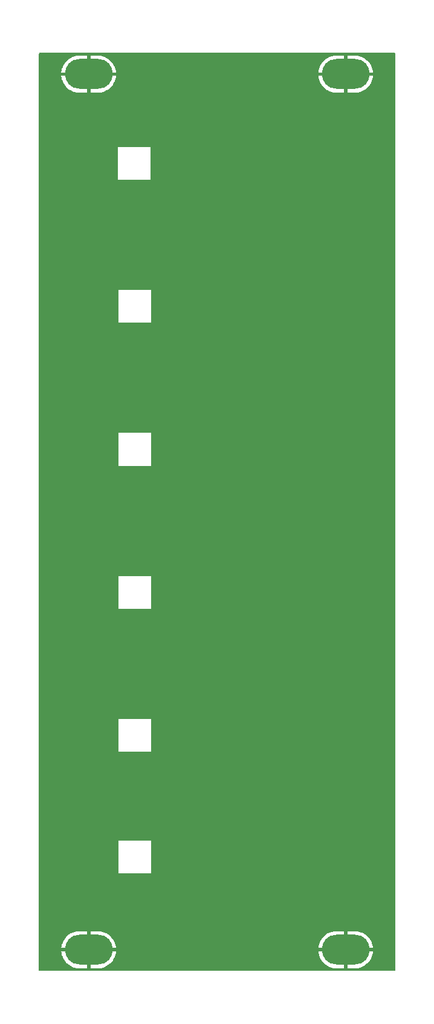
<source format=gbl>
G04 #@! TF.GenerationSoftware,KiCad,Pcbnew,8.0.6-8.0.6-0~ubuntu22.04.1*
G04 #@! TF.CreationDate,2025-02-02T18:21:29+01:00*
G04 #@! TF.ProjectId,Drumbox,4472756d-626f-4782-9e6b-696361645f70,rev?*
G04 #@! TF.SameCoordinates,Original*
G04 #@! TF.FileFunction,Copper,L2,Bot*
G04 #@! TF.FilePolarity,Positive*
%FSLAX46Y46*%
G04 Gerber Fmt 4.6, Leading zero omitted, Abs format (unit mm)*
G04 Created by KiCad (PCBNEW 8.0.6-8.0.6-0~ubuntu22.04.1) date 2025-02-02 18:21:29*
%MOMM*%
%LPD*%
G01*
G04 APERTURE LIST*
G04 #@! TA.AperFunction,ComponentPad*
%ADD10O,6.700000X4.200000*%
G04 #@! TD*
G04 #@! TA.AperFunction,ViaPad*
%ADD11C,8.000000*%
G04 #@! TD*
G04 APERTURE END LIST*
D10*
X177400000Y-27800000D03*
X213400000Y-27800000D03*
X177400000Y-150300000D03*
X213400000Y-150300000D03*
D11*
X175899999Y-137300000D03*
X214900001Y-100300000D03*
X175899999Y-60300000D03*
X214900001Y-120250000D03*
X175900000Y-120250000D03*
X175900000Y-40300000D03*
X195399999Y-60300000D03*
X214900000Y-80300000D03*
X214900001Y-40300000D03*
X175900000Y-100300000D03*
X214900000Y-60300000D03*
X195399999Y-80300000D03*
X214900001Y-137300000D03*
X195400000Y-40300000D03*
X175899999Y-80300000D03*
X195400000Y-100300000D03*
G04 #@! TA.AperFunction,Conductor*
G36*
X220317540Y-24845185D02*
G01*
X220363295Y-24897989D01*
X220374501Y-24949500D01*
X220374501Y-153150500D01*
X220354816Y-153217539D01*
X220302012Y-153263294D01*
X220250501Y-153274500D01*
X170549500Y-153274500D01*
X170482461Y-153254815D01*
X170436706Y-153202011D01*
X170425500Y-153150500D01*
X170425500Y-150050000D01*
X173561716Y-150050000D01*
X174670898Y-150050000D01*
X174650000Y-150181947D01*
X174650000Y-150418053D01*
X174670898Y-150550000D01*
X173561716Y-150550000D01*
X173582694Y-150736189D01*
X173582696Y-150736201D01*
X173647678Y-151020910D01*
X173647681Y-151020918D01*
X173744129Y-151296548D01*
X173870831Y-151559648D01*
X174026199Y-151806914D01*
X174208274Y-152035230D01*
X174414769Y-152241725D01*
X174643085Y-152423800D01*
X174890351Y-152579168D01*
X175153451Y-152705870D01*
X175429081Y-152802318D01*
X175429089Y-152802321D01*
X175713798Y-152867303D01*
X175713812Y-152867306D01*
X176003980Y-152899999D01*
X176003984Y-152900000D01*
X177150000Y-152900000D01*
X177150000Y-151800000D01*
X177650000Y-151800000D01*
X177650000Y-152900000D01*
X178796016Y-152900000D01*
X178796019Y-152899999D01*
X179086187Y-152867306D01*
X179086201Y-152867303D01*
X179370910Y-152802321D01*
X179370918Y-152802318D01*
X179646548Y-152705870D01*
X179909648Y-152579168D01*
X180156914Y-152423800D01*
X180385230Y-152241725D01*
X180591725Y-152035230D01*
X180773800Y-151806914D01*
X180929168Y-151559648D01*
X181055870Y-151296548D01*
X181152318Y-151020918D01*
X181152321Y-151020910D01*
X181217303Y-150736201D01*
X181217305Y-150736189D01*
X181238284Y-150550000D01*
X180129102Y-150550000D01*
X180150000Y-150418053D01*
X180150000Y-150181947D01*
X180129102Y-150050000D01*
X181238284Y-150050000D01*
X209561716Y-150050000D01*
X210670898Y-150050000D01*
X210650000Y-150181947D01*
X210650000Y-150418053D01*
X210670898Y-150550000D01*
X209561716Y-150550000D01*
X209582694Y-150736189D01*
X209582696Y-150736201D01*
X209647678Y-151020910D01*
X209647681Y-151020918D01*
X209744129Y-151296548D01*
X209870831Y-151559648D01*
X210026199Y-151806914D01*
X210208274Y-152035230D01*
X210414769Y-152241725D01*
X210643085Y-152423800D01*
X210890351Y-152579168D01*
X211153451Y-152705870D01*
X211429081Y-152802318D01*
X211429089Y-152802321D01*
X211713798Y-152867303D01*
X211713812Y-152867306D01*
X212003980Y-152899999D01*
X212003984Y-152900000D01*
X213150000Y-152900000D01*
X213150000Y-151800000D01*
X213650000Y-151800000D01*
X213650000Y-152900000D01*
X214796016Y-152900000D01*
X214796019Y-152899999D01*
X215086187Y-152867306D01*
X215086201Y-152867303D01*
X215370910Y-152802321D01*
X215370918Y-152802318D01*
X215646548Y-152705870D01*
X215909648Y-152579168D01*
X216156914Y-152423800D01*
X216385230Y-152241725D01*
X216591725Y-152035230D01*
X216773800Y-151806914D01*
X216929168Y-151559648D01*
X217055870Y-151296548D01*
X217152318Y-151020918D01*
X217152321Y-151020910D01*
X217217303Y-150736201D01*
X217217305Y-150736189D01*
X217238284Y-150550000D01*
X216129102Y-150550000D01*
X216150000Y-150418053D01*
X216150000Y-150181947D01*
X216129102Y-150050000D01*
X217238284Y-150050000D01*
X217217305Y-149863810D01*
X217217303Y-149863798D01*
X217152321Y-149579089D01*
X217152318Y-149579081D01*
X217055870Y-149303451D01*
X216929168Y-149040351D01*
X216773800Y-148793085D01*
X216591725Y-148564769D01*
X216385230Y-148358274D01*
X216156914Y-148176199D01*
X215909648Y-148020831D01*
X215646548Y-147894129D01*
X215370918Y-147797681D01*
X215370910Y-147797678D01*
X215086201Y-147732696D01*
X215086187Y-147732693D01*
X214796019Y-147700000D01*
X213650000Y-147700000D01*
X213650000Y-148800000D01*
X213150000Y-148800000D01*
X213150000Y-147700000D01*
X212003980Y-147700000D01*
X211713812Y-147732693D01*
X211713798Y-147732696D01*
X211429089Y-147797678D01*
X211429081Y-147797681D01*
X211153451Y-147894129D01*
X210890351Y-148020831D01*
X210643085Y-148176199D01*
X210414769Y-148358274D01*
X210208274Y-148564769D01*
X210026199Y-148793085D01*
X209870831Y-149040351D01*
X209744129Y-149303451D01*
X209647681Y-149579081D01*
X209647678Y-149579089D01*
X209582696Y-149863798D01*
X209582694Y-149863810D01*
X209561716Y-150050000D01*
X181238284Y-150050000D01*
X181217305Y-149863810D01*
X181217303Y-149863798D01*
X181152321Y-149579089D01*
X181152318Y-149579081D01*
X181055870Y-149303451D01*
X180929168Y-149040351D01*
X180773800Y-148793085D01*
X180591725Y-148564769D01*
X180385230Y-148358274D01*
X180156914Y-148176199D01*
X179909648Y-148020831D01*
X179646548Y-147894129D01*
X179370918Y-147797681D01*
X179370910Y-147797678D01*
X179086201Y-147732696D01*
X179086187Y-147732693D01*
X178796019Y-147700000D01*
X177650000Y-147700000D01*
X177650000Y-148800000D01*
X177150000Y-148800000D01*
X177150000Y-147700000D01*
X176003980Y-147700000D01*
X175713812Y-147732693D01*
X175713798Y-147732696D01*
X175429089Y-147797678D01*
X175429081Y-147797681D01*
X175153451Y-147894129D01*
X174890351Y-148020831D01*
X174643085Y-148176199D01*
X174414769Y-148358274D01*
X174208274Y-148564769D01*
X174026199Y-148793085D01*
X173870831Y-149040351D01*
X173744129Y-149303451D01*
X173647681Y-149579081D01*
X173647678Y-149579089D01*
X173582696Y-149863798D01*
X173582694Y-149863810D01*
X173561716Y-150050000D01*
X170425500Y-150050000D01*
X170425500Y-139600000D01*
X181550000Y-139600000D01*
X186150000Y-139600000D01*
X186150000Y-135000000D01*
X181550000Y-135000000D01*
X181550000Y-139600000D01*
X170425500Y-139600000D01*
X170425501Y-122600000D01*
X181550000Y-122600000D01*
X186150000Y-122600000D01*
X186150000Y-118000000D01*
X181550000Y-118000000D01*
X181550000Y-122600000D01*
X170425501Y-122600000D01*
X170425501Y-102600000D01*
X181550000Y-102600000D01*
X186150000Y-102600000D01*
X186150000Y-98000000D01*
X181550000Y-98000000D01*
X181550000Y-102600000D01*
X170425501Y-102600000D01*
X170425501Y-82600000D01*
X181550000Y-82600000D01*
X186150000Y-82600000D01*
X186150000Y-78000000D01*
X181550000Y-78000000D01*
X181550000Y-82600000D01*
X170425501Y-82600000D01*
X170425501Y-62600000D01*
X181550000Y-62600000D01*
X186150000Y-62600000D01*
X186150000Y-58000000D01*
X181550000Y-58000000D01*
X181550000Y-62600000D01*
X170425501Y-62600000D01*
X170425501Y-42600000D01*
X181500000Y-42600000D01*
X186100000Y-42600000D01*
X186100000Y-38000000D01*
X181500000Y-38000000D01*
X181500000Y-42600000D01*
X170425501Y-42600000D01*
X170425501Y-27550000D01*
X173561716Y-27550000D01*
X174670898Y-27550000D01*
X174650000Y-27681947D01*
X174650000Y-27918053D01*
X174670898Y-28050000D01*
X173561716Y-28050000D01*
X173582694Y-28236189D01*
X173582696Y-28236201D01*
X173647678Y-28520910D01*
X173647681Y-28520918D01*
X173744129Y-28796548D01*
X173870831Y-29059648D01*
X174026199Y-29306914D01*
X174208274Y-29535230D01*
X174414769Y-29741725D01*
X174643085Y-29923800D01*
X174890351Y-30079168D01*
X175153451Y-30205870D01*
X175429081Y-30302318D01*
X175429089Y-30302321D01*
X175713798Y-30367303D01*
X175713812Y-30367306D01*
X176003980Y-30399999D01*
X176003984Y-30400000D01*
X177150000Y-30400000D01*
X177150000Y-29300000D01*
X177650000Y-29300000D01*
X177650000Y-30400000D01*
X178796016Y-30400000D01*
X178796019Y-30399999D01*
X179086187Y-30367306D01*
X179086201Y-30367303D01*
X179370910Y-30302321D01*
X179370918Y-30302318D01*
X179646548Y-30205870D01*
X179909648Y-30079168D01*
X180156914Y-29923800D01*
X180385230Y-29741725D01*
X180591725Y-29535230D01*
X180773800Y-29306914D01*
X180929168Y-29059648D01*
X181055870Y-28796548D01*
X181152318Y-28520918D01*
X181152321Y-28520910D01*
X181217303Y-28236201D01*
X181217305Y-28236189D01*
X181238284Y-28050000D01*
X180129102Y-28050000D01*
X180150000Y-27918053D01*
X180150000Y-27681947D01*
X180129102Y-27550000D01*
X181238284Y-27550000D01*
X209561716Y-27550000D01*
X210670898Y-27550000D01*
X210650000Y-27681947D01*
X210650000Y-27918053D01*
X210670898Y-28050000D01*
X209561716Y-28050000D01*
X209582694Y-28236189D01*
X209582696Y-28236201D01*
X209647678Y-28520910D01*
X209647681Y-28520918D01*
X209744129Y-28796548D01*
X209870831Y-29059648D01*
X210026199Y-29306914D01*
X210208274Y-29535230D01*
X210414769Y-29741725D01*
X210643085Y-29923800D01*
X210890351Y-30079168D01*
X211153451Y-30205870D01*
X211429081Y-30302318D01*
X211429089Y-30302321D01*
X211713798Y-30367303D01*
X211713812Y-30367306D01*
X212003980Y-30399999D01*
X212003984Y-30400000D01*
X213150000Y-30400000D01*
X213150000Y-29300000D01*
X213650000Y-29300000D01*
X213650000Y-30400000D01*
X214796016Y-30400000D01*
X214796019Y-30399999D01*
X215086187Y-30367306D01*
X215086201Y-30367303D01*
X215370910Y-30302321D01*
X215370918Y-30302318D01*
X215646548Y-30205870D01*
X215909648Y-30079168D01*
X216156914Y-29923800D01*
X216385230Y-29741725D01*
X216591725Y-29535230D01*
X216773800Y-29306914D01*
X216929168Y-29059648D01*
X217055870Y-28796548D01*
X217152318Y-28520918D01*
X217152321Y-28520910D01*
X217217303Y-28236201D01*
X217217305Y-28236189D01*
X217238284Y-28050000D01*
X216129102Y-28050000D01*
X216150000Y-27918053D01*
X216150000Y-27681947D01*
X216129102Y-27550000D01*
X217238284Y-27550000D01*
X217217305Y-27363810D01*
X217217303Y-27363798D01*
X217152321Y-27079089D01*
X217152318Y-27079081D01*
X217055870Y-26803451D01*
X216929168Y-26540351D01*
X216773800Y-26293085D01*
X216591725Y-26064769D01*
X216385230Y-25858274D01*
X216156914Y-25676199D01*
X215909648Y-25520831D01*
X215646548Y-25394129D01*
X215370918Y-25297681D01*
X215370910Y-25297678D01*
X215086201Y-25232696D01*
X215086187Y-25232693D01*
X214796019Y-25200000D01*
X213650000Y-25200000D01*
X213650000Y-26300000D01*
X213150000Y-26300000D01*
X213150000Y-25200000D01*
X212003980Y-25200000D01*
X211713812Y-25232693D01*
X211713798Y-25232696D01*
X211429089Y-25297678D01*
X211429081Y-25297681D01*
X211153451Y-25394129D01*
X210890351Y-25520831D01*
X210643085Y-25676199D01*
X210414769Y-25858274D01*
X210208274Y-26064769D01*
X210026199Y-26293085D01*
X209870831Y-26540351D01*
X209744129Y-26803451D01*
X209647681Y-27079081D01*
X209647678Y-27079089D01*
X209582696Y-27363798D01*
X209582694Y-27363810D01*
X209561716Y-27550000D01*
X181238284Y-27550000D01*
X181217305Y-27363810D01*
X181217303Y-27363798D01*
X181152321Y-27079089D01*
X181152318Y-27079081D01*
X181055870Y-26803451D01*
X180929168Y-26540351D01*
X180773800Y-26293085D01*
X180591725Y-26064769D01*
X180385230Y-25858274D01*
X180156914Y-25676199D01*
X179909648Y-25520831D01*
X179646548Y-25394129D01*
X179370918Y-25297681D01*
X179370910Y-25297678D01*
X179086201Y-25232696D01*
X179086187Y-25232693D01*
X178796019Y-25200000D01*
X177650000Y-25200000D01*
X177650000Y-26300000D01*
X177150000Y-26300000D01*
X177150000Y-25200000D01*
X176003980Y-25200000D01*
X175713812Y-25232693D01*
X175713798Y-25232696D01*
X175429089Y-25297678D01*
X175429081Y-25297681D01*
X175153451Y-25394129D01*
X174890351Y-25520831D01*
X174643085Y-25676199D01*
X174414769Y-25858274D01*
X174208274Y-26064769D01*
X174026199Y-26293085D01*
X173870831Y-26540351D01*
X173744129Y-26803451D01*
X173647681Y-27079081D01*
X173647678Y-27079089D01*
X173582696Y-27363798D01*
X173582694Y-27363810D01*
X173561716Y-27550000D01*
X170425501Y-27550000D01*
X170425501Y-24949500D01*
X170445186Y-24882461D01*
X170497990Y-24836706D01*
X170549501Y-24825500D01*
X220250501Y-24825500D01*
X220317540Y-24845185D01*
G37*
G04 #@! TD.AperFunction*
M02*

</source>
